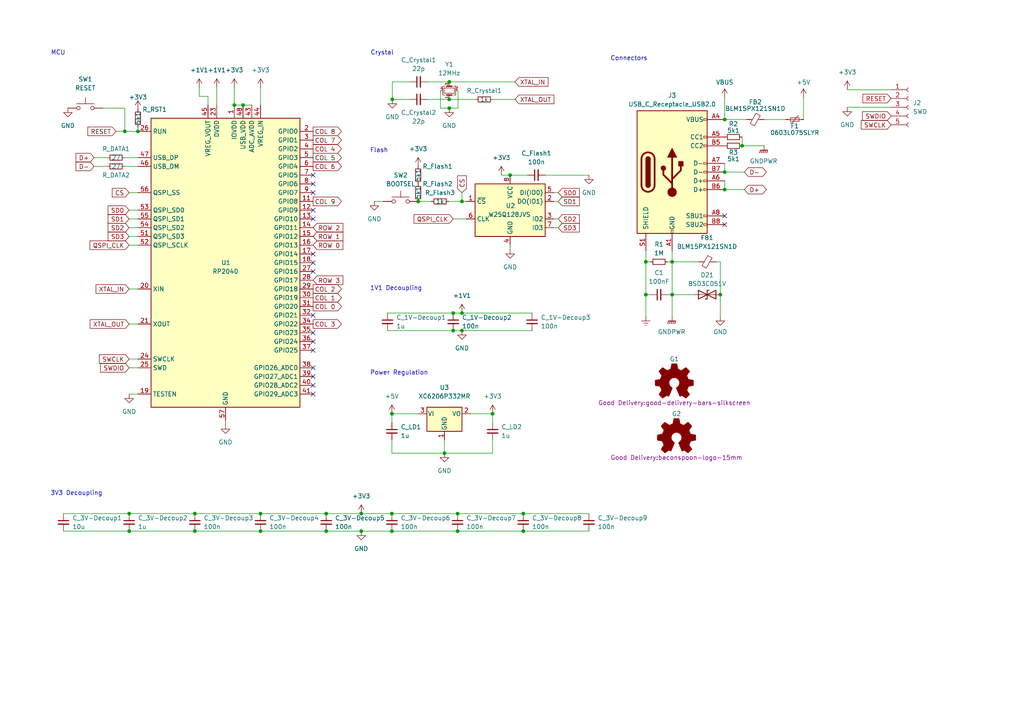
<source format=kicad_sch>
(kicad_sch (version 20230121) (generator eeschema)
  (paper "A4")
  (junction (at 132.715 148.971))
  (junction (at 113.665 148.971))
  (junction (at 67.945 30.48))
  (junction (at 75.565 154.051))
  (junction (at 75.565 148.971))
  (junction (at 58.42 -67.31))
  (junction (at 252.73 -49.53))
  (junction (at 67.31 -57.15))
  (junction (at 37.465 148.971))
  (junction (at 166.37 -67.31))
  (junction (at 133.985 58.42))
  (junction (at 144.78 -49.53))
  (junction (at 132.715 154.051))
  (junction (at 153.67 -74.93))
  (junction (at 210.185 49.911))
  (junction (at 153.67 -57.15))
  (junction (at 187.96 -49.53))
  (junction (at 94.615 148.971))
  (junction (at 130.302 28.829))
  (junction (at 147.955 50.8))
  (junction (at 209.55 -85.09))
  (junction (at 67.31 -21.59))
  (junction (at 151.765 154.051))
  (junction (at 153.67 -21.59))
  (junction (at 196.85 -21.59))
  (junction (at 110.49 -57.15))
  (junction (at 210.185 54.991))
  (junction (at 104.775 154.051))
  (junction (at 133.985 90.805))
  (junction (at 58.42 -85.09))
  (junction (at 70.485 30.48))
  (junction (at 142.875 120.015))
  (junction (at 113.665 120.015))
  (junction (at 166.37 -85.09))
  (junction (at 101.6 -85.09))
  (junction (at 56.515 148.971))
  (junction (at 196.85 -39.37))
  (junction (at 210.185 34.671))
  (junction (at 101.6 -67.31))
  (junction (at 194.945 85.471))
  (junction (at 104.775 148.971))
  (junction (at 187.96 -67.31))
  (junction (at 36.195 38.1))
  (junction (at 196.85 -74.93))
  (junction (at 110.49 -21.59))
  (junction (at 123.19 -67.31))
  (junction (at 110.49 -74.93))
  (junction (at 187.325 75.946))
  (junction (at 123.19 -85.09))
  (junction (at 130.302 31.369))
  (junction (at 110.49 -39.37))
  (junction (at 231.14 -85.09))
  (junction (at 40.005 38.1))
  (junction (at 131.445 95.885))
  (junction (at 252.73 -85.09))
  (junction (at 113.792 28.829))
  (junction (at 144.78 -85.09))
  (junction (at 101.6 -49.53))
  (junction (at 209.55 -49.53))
  (junction (at 130.302 23.749))
  (junction (at 128.905 131.445))
  (junction (at 187.325 85.471))
  (junction (at 215.265 42.291))
  (junction (at 151.765 148.971))
  (junction (at 166.37 -49.53))
  (junction (at 94.615 154.051))
  (junction (at 37.465 154.051))
  (junction (at 80.01 -67.31))
  (junction (at 187.96 -85.09))
  (junction (at 67.31 -39.37))
  (junction (at 133.985 95.885))
  (junction (at 113.665 154.051))
  (junction (at 121.285 58.42))
  (junction (at 194.945 75.946))
  (junction (at 144.78 -67.31))
  (junction (at 56.515 154.051))
  (junction (at 209.55 -67.31))
  (junction (at 58.42 -49.53))
  (junction (at 252.73 -67.31))
  (junction (at 80.01 -85.09))
  (junction (at 208.915 85.471))
  (junction (at 231.14 -49.53))
  (junction (at 67.31 -74.93))
  (junction (at 131.445 90.805))
  (junction (at 153.67 -39.37))
  (junction (at 196.85 -57.15))
  (no_connect (at 90.805 99.06))
  (no_connect (at 90.805 101.6))
  (no_connect (at 290.195 -59.055))
  (no_connect (at 74.93 -44.45))
  (no_connect (at 232.41 -62.23))
  (no_connect (at 90.805 55.88))
  (no_connect (at 90.805 78.74))
  (no_connect (at 90.805 50.8))
  (no_connect (at 210.185 62.611))
  (no_connect (at 90.805 63.5))
  (no_connect (at 90.805 60.96))
  (no_connect (at 90.805 106.68))
  (no_connect (at 90.805 73.66))
  (no_connect (at 90.805 109.22))
  (no_connect (at 90.805 91.44))
  (no_connect (at 90.805 76.2))
  (no_connect (at 90.805 53.34))
  (no_connect (at 90.805 96.52))
  (no_connect (at 118.11 -26.67))
  (no_connect (at 210.185 65.151))
  (no_connect (at 90.805 111.76))
  (no_connect (at 90.805 114.3))
  (wire (pts (xy 132.842 31.369) (xy 130.302 31.369)))
  (wire (pts (xy 37.465 148.971) (xy 56.515 148.971)))
  (wire (pts (xy 252.73 -67.31) (xy 252.73 -49.53)))
  (wire (pts (xy 210.185 34.671) (xy 216.535 34.671)))
  (wire (pts (xy 45.72 -57.15) (xy 67.31 -57.15)))
  (wire (pts (xy 57.785 25.4) (xy 57.785 27.94)))
  (wire (pts (xy 208.915 91.821) (xy 208.915 85.471)))
  (wire (pts (xy 67.945 25.4) (xy 67.945 30.48)))
  (wire (pts (xy 136.525 120.015) (xy 142.875 120.015)))
  (wire (pts (xy 18.415 148.971) (xy 37.465 148.971)))
  (wire (pts (xy 127.762 31.369) (xy 130.302 31.369)))
  (wire (pts (xy 113.665 154.051) (xy 132.715 154.051)))
  (wire (pts (xy 193.675 75.946) (xy 194.945 75.946)))
  (wire (pts (xy 62.865 25.4) (xy 62.865 30.48)))
  (wire (pts (xy 187.325 75.946) (xy 188.595 75.946)))
  (wire (pts (xy 27.305 48.26) (xy 31.115 48.26)))
  (wire (pts (xy 104.775 148.971) (xy 113.665 148.971)))
  (wire (pts (xy 113.792 23.749) (xy 113.792 28.829)))
  (wire (pts (xy 96.52 -80.01) (xy 102.87 -80.01)))
  (wire (pts (xy 208.915 75.946) (xy 207.645 75.946)))
  (wire (pts (xy 130.302 28.829) (xy 137.922 28.829)))
  (wire (pts (xy 36.195 31.369) (xy 36.195 38.1)))
  (wire (pts (xy 210.185 49.911) (xy 215.9 49.911)))
  (wire (pts (xy 147.955 50.8) (xy 153.035 50.8)))
  (wire (pts (xy 110.49 -21.59) (xy 153.67 -21.59)))
  (wire (pts (xy 131.445 90.805) (xy 133.985 90.805)))
  (wire (pts (xy 18.415 154.051) (xy 37.465 154.051)))
  (wire (pts (xy 210.185 28.321) (xy 210.185 34.671)))
  (wire (pts (xy 113.792 23.749) (xy 118.872 23.749)))
  (wire (pts (xy 215.265 39.751) (xy 215.265 42.291)))
  (wire (pts (xy 131.445 63.5) (xy 135.255 63.5)))
  (wire (pts (xy 147.955 71.12) (xy 147.955 72.39)))
  (wire (pts (xy 37.465 71.12) (xy 40.005 71.12)))
  (wire (pts (xy 53.34 -26.67) (xy 59.69 -26.67)))
  (wire (pts (xy 132.715 148.971) (xy 151.765 148.971)))
  (wire (pts (xy 133.985 90.805) (xy 154.305 90.805)))
  (wire (pts (xy 45.72 -21.59) (xy 67.31 -21.59)))
  (wire (pts (xy 252.73 -49.53) (xy 252.73 -31.75)))
  (wire (pts (xy 80.01 -91.44) (xy 80.01 -85.09)))
  (wire (pts (xy 37.465 154.051) (xy 56.515 154.051)))
  (wire (pts (xy 94.615 148.971) (xy 104.775 148.971)))
  (wire (pts (xy 209.55 -91.44) (xy 209.55 -85.09)))
  (wire (pts (xy 75.565 148.971) (xy 94.615 148.971)))
  (wire (pts (xy 193.675 85.471) (xy 194.945 85.471)))
  (wire (pts (xy 37.465 106.68) (xy 40.005 106.68)))
  (wire (pts (xy 187.325 85.471) (xy 188.595 85.471)))
  (wire (pts (xy 166.37 -91.44) (xy 166.37 -85.09)))
  (wire (pts (xy 196.85 -57.15) (xy 153.67 -57.15)))
  (wire (pts (xy 208.915 85.471) (xy 208.915 75.946)))
  (wire (pts (xy 226.06 -26.67) (xy 232.41 -26.67)))
  (wire (pts (xy 113.665 120.015) (xy 121.285 120.015)))
  (wire (pts (xy 144.78 -67.31) (xy 144.78 -49.53)))
  (wire (pts (xy 187.96 -85.09) (xy 187.96 -67.31)))
  (wire (pts (xy 153.67 -39.37) (xy 196.85 -39.37)))
  (wire (pts (xy 37.465 55.88) (xy 40.005 55.88)))
  (wire (pts (xy 215.265 42.291) (xy 221.615 42.291)))
  (wire (pts (xy 233.045 28.321) (xy 233.045 34.671)))
  (wire (pts (xy 53.34 -44.45) (xy 59.69 -44.45)))
  (wire (pts (xy 151.765 148.971) (xy 170.815 148.971)))
  (wire (pts (xy 144.78 -85.09) (xy 144.78 -67.31)))
  (wire (pts (xy 110.49 -74.93) (xy 153.67 -74.93)))
  (wire (pts (xy 37.465 83.82) (xy 40.005 83.82)))
  (wire (pts (xy 53.34 -62.23) (xy 59.69 -62.23)))
  (wire (pts (xy 231.14 -49.53) (xy 231.14 -31.75)))
  (wire (pts (xy 133.985 55.88) (xy 133.985 58.42)))
  (wire (pts (xy 182.88 -80.01) (xy 189.23 -80.01)))
  (wire (pts (xy 67.31 -21.59) (xy 110.49 -21.59)))
  (wire (pts (xy 128.905 127.635) (xy 128.905 131.445)))
  (wire (pts (xy 123.952 23.749) (xy 130.302 23.749)))
  (wire (pts (xy 96.52 -44.45) (xy 102.87 -44.45)))
  (wire (pts (xy 104.775 154.051) (xy 113.665 154.051)))
  (wire (pts (xy 36.195 48.26) (xy 40.005 48.26)))
  (wire (pts (xy 139.7 -44.45) (xy 146.05 -44.45)))
  (wire (pts (xy 194.945 75.946) (xy 202.565 75.946)))
  (wire (pts (xy 209.55 -67.31) (xy 209.55 -49.53)))
  (wire (pts (xy 210.185 54.991) (xy 215.9 54.991)))
  (wire (pts (xy 67.31 -74.93) (xy 110.49 -74.93)))
  (wire (pts (xy 123.19 -91.44) (xy 123.19 -85.09)))
  (wire (pts (xy 45.72 -39.37) (xy 67.31 -39.37)))
  (wire (pts (xy 145.415 50.8) (xy 147.955 50.8)))
  (wire (pts (xy 142.875 122.555) (xy 142.875 120.015)))
  (wire (pts (xy 58.42 -91.44) (xy 58.42 -85.09)))
  (wire (pts (xy 33.655 38.1) (xy 36.195 38.1)))
  (wire (pts (xy 53.34 -80.01) (xy 59.69 -80.01)))
  (wire (pts (xy 166.37 -85.09) (xy 166.37 -67.31)))
  (wire (pts (xy 182.88 -44.45) (xy 189.23 -44.45)))
  (wire (pts (xy 108.585 58.42) (xy 111.125 58.42)))
  (wire (pts (xy 194.945 72.771) (xy 194.945 75.946)))
  (wire (pts (xy 144.78 -49.53) (xy 144.78 -31.75)))
  (wire (pts (xy 123.19 -85.09) (xy 123.19 -67.31)))
  (wire (pts (xy 96.52 -26.67) (xy 102.87 -26.67)))
  (wire (pts (xy 153.67 -57.15) (xy 110.49 -57.15)))
  (wire (pts (xy 67.945 30.48) (xy 70.485 30.48)))
  (wire (pts (xy 121.285 58.42) (xy 125.095 58.42)))
  (wire (pts (xy 160.655 58.42) (xy 161.925 58.42)))
  (wire (pts (xy 75.565 154.051) (xy 94.615 154.051)))
  (wire (pts (xy 187.96 -49.53) (xy 187.96 -31.75)))
  (wire (pts (xy 187.96 -67.31) (xy 187.96 -49.53)))
  (wire (pts (xy 196.85 -21.59) (xy 240.03 -21.59)))
  (wire (pts (xy 160.655 55.88) (xy 161.925 55.88)))
  (wire (pts (xy 144.78 -91.44) (xy 144.78 -85.09)))
  (wire (pts (xy 94.615 154.051) (xy 104.775 154.051)))
  (wire (pts (xy 70.485 30.48) (xy 73.025 30.48)))
  (wire (pts (xy 67.31 -39.37) (xy 110.49 -39.37)))
  (wire (pts (xy 245.745 31.115) (xy 258.445 31.115)))
  (wire (pts (xy 36.195 45.72) (xy 40.005 45.72)))
  (wire (pts (xy 131.445 95.885) (xy 133.985 95.885)))
  (wire (pts (xy 196.85 -39.37) (xy 240.03 -39.37)))
  (wire (pts (xy 226.06 -44.45) (xy 232.41 -44.45)))
  (wire (pts (xy 80.01 -67.31) (xy 80.01 -31.75)))
  (wire (pts (xy 158.115 50.8) (xy 170.815 50.8)))
  (wire (pts (xy 130.302 23.749) (xy 149.352 23.749)))
  (wire (pts (xy 160.655 63.5) (xy 161.925 63.5)))
  (wire (pts (xy 80.01 -85.09) (xy 80.01 -67.31)))
  (wire (pts (xy 196.85 -74.93) (xy 240.03 -74.93)))
  (wire (pts (xy 187.325 75.946) (xy 187.325 85.471)))
  (wire (pts (xy 60.325 27.94) (xy 57.785 27.94)))
  (wire (pts (xy 58.42 -49.53) (xy 58.42 -31.75)))
  (wire (pts (xy 143.002 28.829) (xy 149.352 28.829)))
  (wire (pts (xy 45.72 -74.93) (xy 67.31 -74.93)))
  (wire (pts (xy 210.185 47.371) (xy 210.185 49.911)))
  (wire (pts (xy 187.325 72.771) (xy 187.325 75.946)))
  (wire (pts (xy 139.7 -62.23) (xy 146.05 -62.23)))
  (wire (pts (xy 37.465 60.96) (xy 40.005 60.96)))
  (wire (pts (xy 182.88 -62.23) (xy 189.23 -62.23)))
  (wire (pts (xy 56.515 154.051) (xy 75.565 154.051)))
  (wire (pts (xy 187.96 -91.44) (xy 187.96 -85.09)))
  (wire (pts (xy 60.325 30.48) (xy 60.325 27.94)))
  (wire (pts (xy 231.14 -85.09) (xy 231.14 -49.53)))
  (wire (pts (xy 37.465 114.3) (xy 40.005 114.3)))
  (wire (pts (xy 133.985 58.42) (xy 135.255 58.42)))
  (wire (pts (xy 210.185 52.451) (xy 210.185 54.991)))
  (wire (pts (xy 37.465 66.04) (xy 40.005 66.04)))
  (wire (pts (xy 58.42 -85.09) (xy 58.42 -67.31)))
  (wire (pts (xy 221.615 34.671) (xy 227.965 34.671)))
  (wire (pts (xy 112.395 95.885) (xy 131.445 95.885)))
  (wire (pts (xy 252.73 -91.44) (xy 252.73 -85.09)))
  (wire (pts (xy 194.945 85.471) (xy 194.945 91.821)))
  (wire (pts (xy 37.465 104.14) (xy 40.005 104.14)))
  (wire (pts (xy 142.875 127.635) (xy 142.875 131.445)))
  (wire (pts (xy 113.792 28.829) (xy 118.872 28.829)))
  (wire (pts (xy 166.37 -49.53) (xy 166.37 -31.75)))
  (wire (pts (xy 187.325 85.471) (xy 187.325 91.821)))
  (wire (pts (xy 127.762 26.289) (xy 127.762 31.369)))
  (wire (pts (xy 112.395 90.805) (xy 131.445 90.805)))
  (wire (pts (xy 37.465 68.58) (xy 40.005 68.58)))
  (wire (pts (xy 123.19 -67.31) (xy 123.19 -49.53)))
  (wire (pts (xy 194.945 85.471) (xy 201.295 85.471)))
  (wire (pts (xy 56.515 148.971) (xy 75.565 148.971)))
  (wire (pts (xy 209.55 -85.09) (xy 209.55 -67.31)))
  (wire (pts (xy 110.49 -39.37) (xy 153.67 -39.37)))
  (wire (pts (xy 27.305 45.72) (xy 31.115 45.72)))
  (wire (pts (xy 153.67 -21.59) (xy 196.85 -21.59)))
  (wire (pts (xy 101.6 -67.31) (xy 101.6 -49.53)))
  (wire (pts (xy 189.23 -26.67) (xy 182.88 -26.67)))
  (wire (pts (xy 113.665 127.635) (xy 113.665 131.445)))
  (wire (pts (xy 96.52 -62.23) (xy 102.87 -62.23)))
  (wire (pts (xy 231.14 -91.44) (xy 231.14 -85.09)))
  (wire (pts (xy 240.03 -57.15) (xy 196.85 -57.15)))
  (wire (pts (xy 36.195 38.1) (xy 40.005 38.1)))
  (wire (pts (xy 101.6 -85.09) (xy 101.6 -67.31)))
  (wire (pts (xy 132.842 26.289) (xy 132.842 31.369)))
  (wire (pts (xy 194.945 75.946) (xy 194.945 85.471)))
  (wire (pts (xy 128.905 131.445) (xy 142.875 131.445)))
  (wire (pts (xy 245.745 26.035) (xy 258.445 26.035)))
  (wire (pts (xy 110.49 -57.15) (xy 67.31 -57.15)))
  (wire (pts (xy 58.42 -67.31) (xy 58.42 -49.53)))
  (wire (pts (xy 101.6 -91.44) (xy 101.6 -85.09)))
  (wire (pts (xy 133.985 95.885) (xy 154.305 95.885)))
  (wire (pts (xy 113.665 148.971) (xy 132.715 148.971)))
  (wire (pts (xy 166.37 -67.31) (xy 166.37 -49.53)))
  (wire (pts (xy 252.73 -85.09) (xy 252.73 -67.31)))
  (wire (pts (xy 130.175 58.42) (xy 133.985 58.42)))
  (wire (pts (xy 113.665 120.015) (xy 113.665 122.555)))
  (wire (pts (xy 37.465 93.98) (xy 40.005 93.98)))
  (wire (pts (xy 151.765 154.051) (xy 170.815 154.051)))
  (wire (pts (xy 139.7 -80.01) (xy 146.05 -80.01)))
  (wire (pts (xy 139.7 -26.67) (xy 146.05 -26.67)))
  (wire (pts (xy 153.67 -74.93) (xy 196.85 -74.93)))
  (wire (pts (xy 75.565 25.4) (xy 75.565 30.48)))
  (wire (pts (xy 29.845 31.369) (xy 36.195 31.369)))
  (wire (pts (xy 101.6 -49.53) (xy 101.6 -31.75)))
  (wire (pts (xy 37.465 63.5) (xy 40.005 63.5)))
  (wire (pts (xy 160.655 66.04) (xy 161.925 66.04)))
  (wire (pts (xy 226.06 -80.01) (xy 232.41 -80.01)))
  (wire (pts (xy 113.665 131.445) (xy 128.905 131.445)))
  (wire (pts (xy 65.405 121.92) (xy 65.405 123.19)))
  (wire (pts (xy 123.952 28.829) (xy 130.302 28.829)))
  (wire (pts (xy 209.55 -49.53) (xy 209.55 -31.75)))
  (wire (pts (xy 40.005 36.83) (xy 40.005 38.1)))
  (wire (pts (xy 132.715 154.051) (xy 151.765 154.051)))
  (text "Power Regulation\n" (at 107.315 108.966 0) (effects (font (size 1.27 1.27)) (justify left bottom)))
  (text "Flash" (at 107.315 44.45 0) (effects (font (size 1.27 1.27)) (justify left bottom)))
  (text "MCU" (at 14.732 16.129 0) (effects (font (size 1.27 1.27)) (justify left bottom)))
  (text "3V3 Decoupling" (at 14.605 143.891 0) (effects (font (size 1.27 1.27)) (justify left bottom)))
  (text "Connectors\n" (at 177.038 17.78 0) (effects (font (size 1.27 1.27)) (justify left bottom)))
  (text "1V1 Decoupling\n" (at 107.315 84.455 0) (effects (font (size 1.27 1.27)) (justify left bottom)))
  (text "Crystal\n" (at 107.442 16.129 0) (effects (font (size 1.27 1.27)) (justify left bottom)))
  (global_label "SWDIO" (shape input) (at 37.465 106.68 180) (property "Intersheetrefs" "${INTERSHEET_REFS}" (effects hide)))
  (global_label "COL 2" (shape input) (at 101.6 -91.44 90) (property "Intersheetrefs" "${INTERSHEET_REFS}" (effects hide)))
  (global_label "XTAL_IN" (shape input) (at 37.465 83.82 180) (property "Intersheetrefs" "${INTERSHEET_REFS}" (effects hide)))
  (global_label "COL 0" (shape input) (at 58.42 -91.44 90) (property "Intersheetrefs" "${INTERSHEET_REFS}" (effects hide)))
  (global_label "QSPI_CLK" (shape input) (at 37.465 71.12 180) (property "Intersheetrefs" "${INTERSHEET_REFS}" (effects hide)))
  (global_label "ROW 2" (shape input) (at 90.805 66.04 0) (property "Intersheetrefs" "${INTERSHEET_REFS}" (effects hide)))
  (global_label "SWDIO" (shape input) (at 258.445 33.655 180) (property "Intersheetrefs" "${INTERSHEET_REFS}" (effects hide)))
  (global_label "COL 6" (shape output) (at 90.805 48.26 0) (property "Intersheetrefs" "${INTERSHEET_REFS}" (effects hide)))
  (global_label "SWCLK" (shape input) (at 258.445 36.195 180) (property "Intersheetrefs" "${INTERSHEET_REFS}" (effects hide)))
  (global_label "COL 3" (shape input) (at 123.19 -91.44 90) (property "Intersheetrefs" "${INTERSHEET_REFS}" (effects hide)))
  (global_label "COL 4" (shape output) (at 90.805 43.18 0) (property "Intersheetrefs" "${INTERSHEET_REFS}" (effects hide)))
  (global_label "SD1" (shape input) (at 161.925 58.42 0) (property "Intersheetrefs" "${INTERSHEET_REFS}" (effects hide)))
  (global_label "D+" (shape input) (at 27.305 45.72 180) (property "Intersheetrefs" "${INTERSHEET_REFS}" (effects hide)))
  (global_label "SD0" (shape input) (at 161.925 55.88 0) (property "Intersheetrefs" "${INTERSHEET_REFS}" (effects hide)))
  (global_label "COL 3" (shape output) (at 90.805 93.98 0) (property "Intersheetrefs" "${INTERSHEET_REFS}" (effects hide)))
  (global_label "SD3" (shape input) (at 161.925 66.04 0) (property "Intersheetrefs" "${INTERSHEET_REFS}" (effects hide)))
  (global_label "COL 4" (shape input) (at 144.78 -91.44 90) (property "Intersheetrefs" "${INTERSHEET_REFS}" (effects hide)))
  (global_label "SWCLK" (shape input) (at 37.465 104.14 180) (property "Intersheetrefs" "${INTERSHEET_REFS}" (effects hide)))
  (global_label "RESET" (shape input) (at 33.655 38.1 180) (property "Intersheetrefs" "${INTERSHEET_REFS}" (effects hide)))
  (global_label "SD3" (shape input) (at 37.465 68.58 180) (property "Intersheetrefs" "${INTERSHEET_REFS}" (effects hide)))
  (global_label "COL 1" (shape input) (at 80.01 -91.44 90) (property "Intersheetrefs" "${INTERSHEET_REFS}" (effects hide)))
  (global_label "COL 6" (shape input) (at 187.96 -91.44 90) (property "Intersheetrefs" "${INTERSHEET_REFS}" (effects hide)))
  (global_label "ROW 0" (shape output) (at 45.72 -74.93 180) (property "Intersheetrefs" "${INTERSHEET_REFS}" (effects hide)))
  (global_label "XTAL_OUT" (shape input) (at 37.465 93.98 180) (property "Intersheetrefs" "${INTERSHEET_REFS}" (effects hide)))
  (global_label "SD1" (shape input) (at 37.465 63.5 180) (property "Intersheetrefs" "${INTERSHEET_REFS}" (effects hide)))
  (global_label "ROW 2" (shape output) (at 45.72 -39.37 180) (property "Intersheetrefs" "${INTERSHEET_REFS}" (effects hide)))
  (global_label "ROW 1" (shape input) (at 90.805 68.58 0) (property "Intersheetrefs" "${INTERSHEET_REFS}" (effects hide)))
  (global_label "SD0" (shape input) (at 37.465 60.96 180) (property "Intersheetrefs" "${INTERSHEET_REFS}" (effects hide)))
  (global_label "COL 5" (shape input) (at 166.37 -91.44 90) (property "Intersheetrefs" "${INTERSHEET_REFS}" (effects hide)))
  (global_label "COL 8" (shape input) (at 231.14 -91.44 90) (property "Intersheetrefs" "${INTERSHEET_REFS}" (effects hide)))
  (global_label "COL 9" (shape output) (at 90.805 58.42 0) (property "Intersheetrefs" "${INTERSHEET_REFS}" (effects hide)))
  (global_label "ROW 0" (shape input) (at 90.805 71.12 0) (property "Intersheetrefs" "${INTERSHEET_REFS}" (effects hide)))
  (global_label "COL 7" (shape input) (at 209.55 -91.44 90) (property "Intersheetrefs" "${INTERSHEET_REFS}" (effects hide)))
  (global_label "ROW 3" (shape input) (at 90.805 81.28 0) (property "Intersheetrefs" "${INTERSHEET_REFS}" (effects hide)))
  (global_label "COL 8" (shape output) (at 90.805 38.1 0) (property "Intersheetrefs" "${INTERSHEET_REFS}" (effects hide)))
  (global_label "COL 1" (shape output) (at 90.805 86.36 0) (property "Intersheetrefs" "${INTERSHEET_REFS}" (effects hide)))
  (global_label "COL 2" (shape output) (at 90.805 83.82 0) (property "Intersheetrefs" "${INTERSHEET_REFS}" (effects hide)))
  (global_label "XTAL_IN" (shape input) (at 149.352 23.749 0) (property "Intersheetrefs" "${INTERSHEET_REFS}" (effects hide)))
  (global_label "COL 0" (shape output) (at 90.805 88.9 0) (property "Intersheetrefs" "${INTERSHEET_REFS}" (effects hide)))
  (global_label "SD2" (shape input) (at 161.925 63.5 0) (property "Intersheetrefs" "${INTERSHEET_REFS}" (effects hide)))
  (global_label "ROW 3" (shape output) (at 45.72 -21.59 180) (property "Intersheetrefs" "${INTERSHEET_REFS}" (effects hide)))
  (global_label "RESET" (shape input) (at 258.445 28.575 180) (property "Intersheetrefs" "${INTERSHEET_REFS}" (effects hide)))
  (global_label "QSPI_CLK" (shape input) (at 131.445 63.5 180) (property "Intersheetrefs" "${INTERSHEET_REFS}" (effects hide)))
  (global_label "D-" (shape input) (at 27.305 48.26 180) (property "Intersheetrefs" "${INTERSHEET_REFS}" (effects hide)))
  (global_label "SD2" (shape input) (at 37.465 66.04 180) (property "Intersheetrefs" "${INTERSHEET_REFS}" (effects hide)))
  (global_label "CS" (shape input) (at 37.465 55.88 180) (property "Intersheetrefs" "${INTERSHEET_REFS}" (effects hide)))
  (global_label "D+" (shape bidirectional) (at 215.9 54.991 0) (property "Intersheetrefs" "${INTERSHEET_REFS}" (effects hide)))
  (global_label "COL 7" (shape output) (at 90.805 40.64 0) (property "Intersheetrefs" "${INTERSHEET_REFS}" (effects hide)))
  (global_label "XTAL_OUT" (shape input) (at 149.352 28.829 0) (property "Intersheetrefs" "${INTERSHEET_REFS}" (effects hide)))
  (global_label "CS" (shape input) (at 133.985 55.88 90) (property "Intersheetrefs" "${INTERSHEET_REFS}" (effects hide)))
  (global_label "COL 5" (shape output) (at 90.805 45.72 0) (property "Intersheetrefs" "${INTERSHEET_REFS}" (effects hide)))
  (global_label "COL 9" (shape input) (at 252.73 -91.44 90) (property "Intersheetrefs" "${INTERSHEET_REFS}" (effects hide)))
  (global_label "ROW 1" (shape output) (at 45.72 -57.15 180) (property "Intersheetrefs" "${INTERSHEET_REFS}" (effects hide)))
  (global_label "D-" (shape bidirectional) (at 215.9 49.911 0) (property "Intersheetrefs" "${INTERSHEET_REFS}" (effects hide)))
  (symbol (lib_id "Device:R_Small") (at 191.135 75.946 90) (unit 1)
    (property "Reference" "R1" (at 191.135 70.866 90))
    (property "Value" "1M" (at 191.135 73.406 90))
    (property "Footprint" "Resistor_SMD:R_0603_1608Metric" (effects hide))
    (property "Datasheet" "https://datasheet.lcsc.com/lcsc/2206021245_VO-SCR0603F1M_C3016422.pdf" (effects hide))
    (property "LCSC" "C3016422" (effects hide))
  )
  (symbol (lib_id "Device:C_Small") (at 112.395 93.345 0) (unit 1)
    (property "Reference" "C_1V-Decoup1" (at 114.935 92.0812 0) (effects (justify left)))
    (property "Value" "1u" (at 114.935 94.6212 0) (effects (justify left)))
    (property "Footprint" "Capacitor_SMD:C_0402_1005Metric" (effects hide))
  )
  (symbol (lib_id "MX_Alps_Hybrid:MX-NoLED") (at 140.97 -66.04 0) (unit 1)
    (property "Reference" "MX17" (at 141.8082 -71.7042 0) (effects (font (size 1.524 1.524))))
    (property "Value" "MX-NoLED" (at 141.8082 -69.8246 0) (effects (font (size 0.508 0.508))))
    (property "Footprint" "MX_Hotswap_Alps_Solder:1U-MX-Hotswap-Alps-Solder-PadSwapped" (effects hide))
  )
  (symbol (lib_id "power:GND") (at 108.585 58.42 0) (unit 1)
    (property "Reference" "#PWR09" (effects hide))
    (property "Value" "GND" (at 108.585 63.5 0))
  )
  (symbol (lib_id "Device:C_Small") (at 121.412 23.749 90) (unit 1)
    (property "Reference" "C_Crystal1" (at 121.4183 17.399 90))
    (property "Value" "22p" (at 121.4183 19.939 90))
    (property "Footprint" "Capacitor_SMD:C_0402_1005Metric" (effects hide))
  )
  (symbol (lib_id "power:+1V1") (at 133.985 90.805 0) (unit 1)
    (property "Reference" "#PWR013" (effects hide))
    (property "Value" "+1V1" (at 133.985 85.725 0))
  )
  (symbol (lib_id "power:GND") (at 208.915 91.821 0) (unit 1)
    (property "Reference" "#PWR029" (effects hide))
    (property "Value" "GND" (at 208.915 96.266 0))
  )
  (symbol (lib_id "Device:C_Small") (at 154.305 93.345 0) (unit 1)
    (property "Reference" "C_1V-Decoup3" (at 156.845 92.0813 0) (effects (justify left)))
    (property "Value" "100n" (at 156.845 94.6213 0) (effects (justify left)))
    (property "Footprint" "Capacitor_SMD:C_0402_1005Metric" (effects hide))
  )
  (symbol (lib_id "power:+3V3") (at 40.005 31.75 0) (unit 1)
    (property "Reference" "#PWR03" (effects hide))
    (property "Value" "+3V3" (at 40.005 28.194 0))
  )
  (symbol (lib_id "Connector:Conn_01x05_Female") (at 263.525 31.115 0) (unit 1) (in_bom no)
    (property "Reference" "J2" (at 264.795 29.8449 0) (effects (justify left)))
    (property "Value" "SWD" (at 264.795 32.3849 0) (effects (justify left)))
    (property "Footprint" "Connector_PinHeader_2.54mm:PinHeader_1x05_P2.54mm_Vertical" (effects hide))
  )
  (symbol (lib_id "Diode:BAV70") (at 153.67 -44.45 0) (mirror y) (unit 1)
    (property "Reference" "D11" (at 153.67 -49.9618 0))
    (property "Value" "BAV70" (at 153.67 -47.6504 0))
    (property "Footprint" "Package_TO_SOT_SMD:SOT-23" (effects hide))
    (property "Datasheet" "https://assets.nexperia.com/documents/data-sheet/BAV70_SER.pdf" (effects hide))
  )
  (symbol (lib_id "MX_Alps_Hybrid:MX-NoLED") (at 248.92 -48.26 0) (unit 1)
    (property "Reference" "MX37" (at 249.7582 -53.9242 0) (effects (font (size 1.524 1.524))))
    (property "Value" "MX-NoLED" (at 249.7582 -52.0446 0) (effects (font (size 0.508 0.508))))
    (property "Footprint" "MX_Hotswap_Alps_Solder:1.25U-MX-Hotswap-Alps-Solder-PadSwapped" (effects hide))
  )
  (symbol (lib_id "MX_Alps_Hybrid:MX-NoLED") (at 97.79 -48.26 0) (unit 1)
    (property "Reference" "MX11" (at 98.6282 -53.9242 0) (effects (font (size 1.524 1.524))))
    (property "Value" "MX-NoLED" (at 98.6282 -52.0446 0) (effects (font (size 0.508 0.508))))
    (property "Footprint" "MX_Hotswap_Alps_Solder:1U-MX-Hotswap-Alps-Solder-PadSwapped" (effects hide))
  )
  (symbol (lib_id "Device:R_Small") (at 140.462 28.829 90) (unit 1)
    (property "Reference" "R_Crystal1" (at 140.462 26.289 90))
    (property "Value" "1k" (at 140.462 28.829 90))
    (property "Footprint" "Resistor_SMD:R_0402_1005Metric" (effects hide))
  )
  (symbol (lib_id "MX_Alps_Hybrid:MX-NoLED") (at 227.33 -30.48 0) (unit 1)
    (property "Reference" "MX34" (at 228.1682 -36.1442 0) (effects (font (size 1.524 1.524))))
    (property "Value" "MX-NoLED" (at 228.1682 -34.2646 0) (effects (font (size 0.508 0.508))))
    (property "Footprint" "MX_Hotswap_Alps_Solder:1U-MX-Hotswap-Alps-Solder-PadSwapped" (effects hide))
  )
  (symbol (lib_id "Device:R_Small") (at 33.655 45.72 90) (unit 1)
    (property "Reference" "R_DATA1" (at 33.655 43.18 90))
    (property "Value" "27" (at 33.655 45.72 90))
    (property "Footprint" "Resistor_SMD:R_0402_1005Metric" (effects hide))
  )
  (symbol (lib_id "Device:R_Small") (at 121.285 50.8 0) (unit 1)
    (property "Reference" "R_Flash1" (at 122.555 48.26 0) (effects (justify left)))
    (property "Value" "5k1" (at 121.285 50.8 90))
    (property "Footprint" "Resistor_SMD:R_0402_1005Metric" (effects hide))
  )
  (symbol (lib_id "MX_Alps_Hybrid:MX-NoLED") (at 54.61 -48.26 0) (unit 1)
    (property "Reference" "MX3" (at 55.4482 -53.9242 0) (effects (font (size 1.524 1.524))))
    (property "Value" "MX-NoLED" (at 55.4482 -52.0446 0) (effects (font (size 0.508 0.508))))
    (property "Footprint" "MX_Hotswap_Alps_Solder:1.75U-MX-Hotswap-Alps-Solder-PadSwapped" (effects hide))
  )
  (symbol (lib_id "power:+1V1") (at 57.785 25.4 0) (unit 1)
    (property "Reference" "#PWR04" (effects hide))
    (property "Value" "+1V1" (at 57.785 20.32 0))
  )
  (symbol (lib_id "Diode:BAV70") (at 240.03 -80.01 0) (mirror y) (unit 1)
    (property "Reference" "D17" (at 240.03 -85.5218 0))
    (property "Value" "BAV70" (at 240.03 -83.2104 0))
    (property "Footprint" "Package_TO_SOT_SMD:SOT-23" (effects hide))
    (property "Datasheet" "https://assets.nexperia.com/documents/data-sheet/BAV70_SER.pdf" (effects hide))
  )
  (symbol (lib_id "MX_Alps_Hybrid:MX-NoLED") (at 76.2 -66.04 0) (unit 1)
    (property "Reference" "MX7" (at 77.0382 -71.7042 0) (effects (font (size 1.524 1.524))))
    (property "Value" "MX-NoLED" (at 77.0382 -69.8246 0) (effects (font (size 0.508 0.508))))
    (property "Footprint" "MX_Hotswap_Alps_Solder:1U-MX-Hotswap-Alps-Solder-PadSwapped" (effects hide))
  )
  (symbol (lib_id "power:GNDPWR") (at 221.615 42.291 0) (unit 1)
    (property "Reference" "#PWR031" (effects hide))
    (property "Value" "GNDPWR" (at 221.488 46.736 0))
  )
  (symbol (lib_id "power:GND") (at 130.302 31.369 0) (unit 1)
    (property "Reference" "#PWR012" (effects hide))
    (property "Value" "GND" (at 130.302 36.449 0))
  )
  (symbol (lib_id "Device:C_Small") (at 113.665 151.511 0) (unit 1)
    (property "Reference" "C_3V-Decoup6" (at 116.205 150.2473 0) (effects (justify left)))
    (property "Value" "100n" (at 116.205 152.7873 0) (effects (justify left)))
    (property "Footprint" "Capacitor_SMD:C_0402_1005Metric" (effects hide))
  )
  (symbol (lib_id "MX_Alps_Hybrid:MX-NoLED") (at 119.38 -66.04 0) (unit 1)
    (property "Reference" "MX14" (at 120.2182 -71.7042 0) (effects (font (size 1.524 1.524))))
    (property "Value" "MX-NoLED" (at 120.2182 -69.8246 0) (effects (font (size 0.508 0.508))))
    (property "Footprint" "MX_Hotswap_Alps_Solder:1U-MX-Hotswap-Alps-Solder-PadSwapped" (effects hide))
  )
  (symbol (lib_id "Graphic:Logo_Open_Hardware_Small") (at 195.58 111.125 0) (unit 1) (in_bom no)
    (property "Reference" "G1" (at 195.58 104.14 0))
    (property "Value" "Logo_Open_Hardware_Small" (effects hide))
    (property "Footprint" "Good Delivery:good-delivery-bars-silkscreen" (at 195.58 116.84 0))
    (property "Sim.Enable" "0" (effects hide))
  )
  (symbol (lib_id "power:+3V3") (at 104.775 148.971 0) (unit 1)
    (property "Reference" "#PWR021" (effects hide))
    (property "Value" "+3V3" (at 104.775 143.891 0))
  )
  (symbol (lib_id "MX_Alps_Hybrid:MX-NoLED") (at 54.61 -66.04 0) (unit 1)
    (property "Reference" "MX2" (at 55.4482 -71.7042 0) (effects (font (size 1.524 1.524))))
    (property "Value" "MX-NoLED" (at 55.4482 -69.8246 0) (effects (font (size 0.508 0.508))))
    (property "Footprint" "MX_Hotswap_Alps_Solder:1.25U-MX-Hotswap-Alps-Solder-PadSwapped" (effects hide))
  )
  (symbol (lib_id "Device:C_Small") (at 131.445 93.345 0) (unit 1)
    (property "Reference" "C_1V-Decoup2" (at 133.985 92.0813 0) (effects (justify left)))
    (property "Value" "100n" (at 133.985 94.6213 0) (effects (justify left)))
    (property "Footprint" "Capacitor_SMD:C_0402_1005Metric" (effects hide))
  )
  (symbol (lib_id "power:GND") (at 133.985 95.885 0) (unit 1)
    (property "Reference" "#PWR014" (effects hide))
    (property "Value" "GND" (at 133.985 100.965 0))
  )
  (symbol (lib_id "MX_Alps_Hybrid:MX-NoLED") (at 140.97 -83.82 0) (unit 1)
    (property "Reference" "MX16" (at 141.8082 -89.4842 0) (effects (font (size 1.524 1.524))))
    (property "Value" "MX-NoLED" (at 141.8082 -87.6046 0) (effects (font (size 0.508 0.508))))
    (property "Footprint" "MX_Hotswap_Alps_Solder:1U-MX-Hotswap-Alps-Solder-PadSwapped" (effects hide))
  )
  (symbol (lib_id "Diode:BAV70") (at 153.67 -62.23 0) (mirror y) (unit 1)
    (property "Reference" "D10" (at 153.67 -67.7418 0))
    (property "Value" "BAV70" (at 153.67 -65.4304 0))
    (property "Footprint" "Package_TO_SOT_SMD:SOT-23" (effects hide))
    (property "Datasheet" "https://assets.nexperia.com/documents/data-sheet/BAV70_SER.pdf" (effects hide))
  )
  (symbol (lib_id "MX_Alps_Hybrid:MX-NoLED") (at 205.74 -30.48 0) (unit 1)
    (property "Reference" "MX31" (at 206.5782 -36.1442 0) (effects (font (size 1.524 1.524))))
    (property "Value" "MX-NoLED" (at 206.5782 -34.2646 0) (effects (font (size 0.508 0.508))))
    (property "Footprint" "MX_Hotswap_Alps_Solder:1U-MX-Hotswap-Alps-Solder-PadSwapped" (effects hide))
  )
  (symbol (lib_id "power:+1V1") (at 62.865 25.4 0) (unit 1)
    (property "Reference" "#PWR05" (effects hide))
    (property "Value" "+1V1" (at 62.865 20.32 0))
  )
  (symbol (lib_id "Device:C_Small") (at 113.665 125.095 0) (unit 1)
    (property "Reference" "C_LD1" (at 116.205 123.8312 0) (effects (justify left)))
    (property "Value" "1u" (at 116.205 126.3712 0) (effects (justify left)))
    (property "Footprint" "Capacitor_SMD:C_0402_1005Metric" (effects hide))
  )
  (symbol (lib_id "power:+3V3") (at 142.875 120.015 0) (unit 1)
    (property "Reference" "#PWR026" (effects hide))
    (property "Value" "+3V3" (at 142.875 114.935 0))
  )
  (symbol (lib_id "power:GND") (at 147.955 72.39 0) (unit 1)
    (property "Reference" "#PWR016" (effects hide))
    (property "Value" "GND" (at 147.955 77.47 0))
  )
  (symbol (lib_id "Device:R_Small") (at 121.285 55.88 0) (unit 1)
    (property "Reference" "R_Flash2" (at 122.555 53.34 0) (effects (justify left)))
    (property "Value" "5k1" (at 121.285 55.88 90))
    (property "Footprint" "Resistor_SMD:R_0402_1005Metric" (effects hide))
  )
  (symbol (lib_id "power:+3V3") (at 67.945 25.4 0) (unit 1)
    (property "Reference" "#PWR07" (effects hide))
    (property "Value" "+3V3" (at 67.945 20.32 0))
  )
  (symbol (lib_id "Device:R_Small") (at 40.005 34.29 0) (unit 1)
    (property "Reference" "R_RST1" (at 41.275 31.75 0) (effects (justify left)))
    (property "Value" "5k1" (at 40.005 34.29 90))
    (property "Footprint" "Resistor_SMD:R_0402_1005Metric" (effects hide))
  )
  (symbol (lib_id "MX_Alps_Hybrid:MX-NoLED") (at 119.38 -83.82 0) (unit 1)
    (property "Reference" "MX13" (at 120.2182 -89.4842 0) (effects (font (size 1.524 1.524))))
    (property "Value" "MX-NoLED" (at 120.2182 -87.6046 0) (effects (font (size 0.508 0.508))))
    (property "Footprint" "MX_Hotswap_Alps_Solder:1U-MX-Hotswap-Alps-Solder-PadSwapped" (effects hide))
  )
  (symbol (lib_id "MX_Alps_Hybrid:MX-NoLED") (at 97.79 -30.48 0) (unit 1)
    (property "Reference" "MX12" (at 98.6282 -36.1442 0) (effects (font (size 1.524 1.524))))
    (property "Value" "MX-NoLED" (at 98.6282 -34.2646 0) (effects (font (size 0.508 0.508))))
    (property "Footprint" "MX_Hotswap_Alps_Solder:1U-MX-Hotswap-Alps-Solder-PadSwapped" (effects hide))
  )
  (symbol (lib_id "Device:R_Small") (at 212.725 42.291 90) (unit 1)
    (property "Reference" "R3" (at 212.725 44.196 90))
    (property "Value" "5k1" (at 212.725 46.101 90))
    (property "Footprint" "Resistor_SMD:R_0402_1005Metric" (effects hide))
    (property "LCSC" "C103086" (effects hide))
  )
  (symbol (lib_id "power:GND") (at 113.792 28.829 0) (unit 1)
    (property "Reference" "#PWR010" (effects hide))
    (property "Value" "GND" (at 113.792 33.909 0))
  )
  (symbol (lib_id "Diode:BAV70") (at 153.67 -80.01 0) (mirror y) (unit 1)
    (property "Reference" "D9" (at 153.67 -85.5218 0))
    (property "Value" "BAV70" (at 153.67 -83.2104 0))
    (property "Footprint" "Package_TO_SOT_SMD:SOT-23" (effects hide))
    (property "Datasheet" "https://assets.nexperia.com/documents/data-sheet/BAV70_SER.pdf" (effects hide))
  )
  (symbol (lib_id "Switch:SW_Push") (at 116.205 58.42 0) (unit 1)
    (property "Reference" "SW2" (at 116.205 50.8 0))
    (property "Value" "BOOTSEL" (at 116.205 53.34 0))
    (property "Footprint" "Button_Switch_SMD:SW_SPST_TL3342" (effects hide))
    (property "LCSC" "C318884" (effects hide))
  )
  (symbol (lib_id "MX_Alps_Hybrid:MX-NoLED") (at 76.2 -83.82 0) (unit 1)
    (property "Reference" "MX6" (at 77.0382 -89.4842 0) (effects (font (size 1.524 1.524))))
    (property "Value" "MX-NoLED" (at 77.0382 -87.6046 0) (effects (font (size 0.508 0.508))))
    (property "Footprint" "MX_Hotswap_Alps_Solder:1U-MX-Hotswap-Alps-Solder-PadSwapped" (effects hide))
  )
  (symbol (lib_id "Diode:BAV70") (at 67.31 -44.45 0) (mirror y) (unit 1)
    (property "Reference" "D3" (at 67.31 -49.9618 0))
    (property "Value" "BAV70" (at 67.31 -47.6504 0))
    (property "Footprint" "Package_TO_SOT_SMD:SOT-23" (effects hide))
    (property "Datasheet" "https://assets.nexperia.com/documents/data-sheet/BAV70_SER.pdf" (effects hide))
  )
  (symbol (lib_id "Device:C_Small") (at 170.815 151.511 0) (unit 1)
    (property "Reference" "C_3V-Decoup9" (at 173.355 150.2473 0) (effects (justify left)))
    (property "Value" "100n" (at 173.355 152.7873 0) (effects (justify left)))
    (property "Footprint" "Capacitor_SMD:C_0402_1005Metric" (effects hide))
  )
  (symbol (lib_id "Diode:BAV70") (at 67.31 -26.67 0) (mirror y) (unit 1)
    (property "Reference" "D4" (at 67.31 -32.1818 0))
    (property "Value" "BAV70" (at 67.31 -29.8704 0))
    (property "Footprint" "Package_TO_SOT_SMD:SOT-23" (effects hide))
    (property "Datasheet" "https://assets.nexperia.com/documents/data-sheet/BAV70_SER.pdf" (effects hide))
  )
  (symbol (lib_id "Device:C_Small") (at 132.715 151.511 0) (unit 1)
    (property "Reference" "C_3V-Decoup7" (at 135.255 150.2473 0) (effects (justify left)))
    (property "Value" "100n" (at 135.255 152.7873 0) (effects (justify left)))
    (property "Footprint" "Capacitor_SMD:C_0402_1005Metric" (effects hide))
  )
  (symbol (lib_id "MX_Alps_Hybrid:MX-NoLED") (at 205.74 -48.26 0) (unit 1)
    (property "Reference" "MX30" (at 206.5782 -53.9242 0) (effects (font (size 1.524 1.524))))
    (property "Value" "MX-NoLED" (at 206.5782 -52.0446 0) (effects (font (size 0.508 0.508))))
    (property "Footprint" "MX_Hotswap_Alps_Solder:1U-MX-Hotswap-Alps-Solder-PadSwapped" (effects hide))
  )
  (symbol (lib_id "power:+3V3") (at 121.285 48.26 0) (unit 1)
    (property "Reference" "#PWR011" (effects hide))
    (property "Value" "+3V3" (at 121.285 43.18 0))
  )
  (symbol (lib_id "Device:C_Small") (at 142.875 125.095 0) (unit 1)
    (property "Reference" "C_LD2" (at 145.415 123.8312 0) (effects (justify left)))
    (property "Value" "1u" (at 145.415 126.3712 0) (effects (justify left)))
    (property "Footprint" "Capacitor_SMD:C_0402_1005Metric" (effects hide))
  )
  (symbol (lib_id "Device:FerriteBead_Small") (at 219.075 34.671 90) (unit 1)
    (property "Reference" "FB2" (at 219.075 29.591 90))
    (property "Value" "BLM15PX121SN1D" (at 219.075 31.496 90))
    (property "Footprint" "Inductor_SMD:L_0402_1005Metric" (effects hide))
    (property "Datasheet" "https://datasheet.lcsc.com/lcsc/2304140030_Murata-Electronics-BLM15PX121SN1D_C88970.pdf" (effects hide))
    (property "LCSC" "C88970" (effects hide))
    (property "Description" "55mΩ ±25% 120Ω@100MHz 0402 Ferrite Bead" (effects hide))
  )
  (symbol (lib_id "power:+3V3") (at 145.415 50.8 0) (unit 1)
    (property "Reference" "#PWR015" (effects hide))
    (property "Value" "+3V3" (at 145.415 45.72 0))
  )
  (symbol (lib_id "MX_Alps_Hybrid:MX-NoLED") (at 248.92 -30.48 0) (unit 1)
    (property "Reference" "MX38" (at 249.7582 -36.1442 0) (effects (font (size 1.524 1.524))))
    (property "Value" "MX-NoLED" (at 249.7582 -34.2646 0) (effects (font (size 0.508 0.508))))
    (property "Footprint" "MX_Hotswap_Alps_Solder:1U-MX-Hotswap-Alps-Solder-PadSwapped" (effects hide))
  )
  (symbol (lib_id "Device:FerriteBead_Small") (at 205.105 75.946 90) (unit 1)
    (property "Reference" "FB1" (at 205.0669 68.961 90))
    (property "Value" "BLM15PX121SN1D" (at 205.0669 71.501 90))
    (property "Footprint" "Inductor_SMD:L_0402_1005Metric" (effects hide))
    (property "Datasheet" "https://datasheet.lcsc.com/lcsc/2304140030_Murata-Electronics-BLM15PX121SN1D_C88970.pdf" (effects hide))
    (property "LCSC" "C88970" (effects hide))
    (property "Description" "55mΩ ±25% 120Ω@100MHz 0402 Ferrite Bead" (effects hide))
  )
  (symbol (lib_id "MX_Alps_Hybrid:MX-NoLED") (at 54.61 -83.82 0) (unit 1)
    (property "Reference" "MX1" (at 55.4482 -89.4842 0) (effects (font (size 1.524 1.524))))
    (property "Value" "MX-NoLED" (at 55.4482 -87.6046 0) (effects (font (size 0.508 0.508))))
    (property "Footprint" "MX_Hotswap_Alps_Solder:1U-MX-Hotswap-Alps-Solder-PadSwapped" (effects hide))
  )
  (symbol (lib_id "MX_Alps_Hybrid:MX-NoLED") (at 184.15 -30.48 0) (unit 1)
    (property "Reference" "MX27" (at 184.9882 -36.1442 0) (effects (font (size 1.524 1.524))))
    (property "Value" "MX-NoLED" (at 184.9882 -34.2646 0) (effects (font (size 0.508 0.508))))
    (property "Footprint" "MX_Hotswap_Alps_Solder:2U-MX-Hotswap-Alps-Solder-PadSwapped-ReversedStabilizers" (effects hide))
  )
  (symbol (lib_id "power:+3V3") (at 75.565 25.4 0) (unit 1)
    (property "Reference" "#PWR08" (effects hide))
    (property "Value" "+3V3" (at 75.565 20.32 0))
  )
  (symbol (lib_id "MX_Alps_Hybrid:MX-NoLED") (at 140.97 -30.48 0) (unit 1)
    (property "Reference" "MX19" (at 141.8082 -36.1442 0) (effects (font (size 1.524 1.524))))
    (property "Value" "MX-NoLED" (at 141.8082 -34.2646 0) (effects (font (size 0.508 0.508))))
    (property "Footprint" "MX_Hotswap_Alps_Solder:2U-MX-Hotswap-Alps-Solder-PadSwapped-ReversedStabilizers" (effects hide))
  )
  (symbol (lib_id "Diode:BAV70") (at 196.85 -26.67 0) (mirror y) (unit 1)
    (property "Reference" "D16" (at 196.85 -32.1818 0))
    (property "Value" "BAV70" (at 196.85 -29.8704 0))
    (property "Footprint" "Package_TO_SOT_SMD:SOT-23" (effects hide))
    (property "Datasheet" "https://assets.nexperia.com/documents/data-sheet/BAV70_SER.pdf" (effects hide))
  )
  (symbol (lib_id "Device:R_Small") (at 127.635 58.42 90) (unit 1)
    (property "Reference" "R_Flash3" (at 127.635 55.88 90))
    (property "Value" "1k" (at 127.635 58.42 90))
    (property "Footprint" "Resistor_SMD:R_0402_1005Metric" (effects hide))
  )
  (symbol (lib_id "Device:C_Small") (at 151.765 151.511 0) (unit 1)
    (property "Reference" "C_3V-Decoup8" (at 154.305 150.2473 0) (effects (justify left)))
    (property "Value" "100n" (at 154.305 152.7873 0) (effects (justify left)))
    (property "Footprint" "Capacitor_SMD:C_0402_1005Metric" (effects hide))
  )
  (symbol (lib_id "power:GND") (at 65.405 123.19 0) (unit 1)
    (property "Reference" "#PWR06" (effects hide))
    (property "Value" "GND" (at 65.405 128.27 0))
  )
  (symbol (lib_id "Device:Polyfuse_Small") (at 230.505 34.671 90) (unit 1)
    (property "Reference" "F1" (at 230.505 36.576 90))
    (property "Value" "0603L075SLYR" (at 230.505 38.481 90))
    (property "Footprint" "Fuse:Fuse_0603_1608Metric" (effects hide))
    (property "Datasheet" "https://datasheet.lcsc.com/lcsc/2304140030_Littelfuse-0603L075SLYR_C207016.pdf" (effects hide))
    (property "LCSC" "C207016" (effects hide))
    (property "Description" "6V 750mA 50A 1.5A 0603 Resettable Fuse" (effects hide))
  )
  (symbol (lib_id "Diode:BAV70") (at 153.67 -26.67 0) (mirror y) (unit 1)
    (property "Reference" "D12" (at 153.67 -32.1818 0))
    (property "Value" "BAV70" (at 153.67 -29.8704 0))
    (property "Footprint" "Package_TO_SOT_SMD:SOT-23" (effects hide))
    (property "Datasheet" "https://assets.nexperia.com/documents/data-sheet/BAV70_SER.pdf" (effects hide))
  )
  (symbol (lib_id "MX_Alps_Hybrid:MX-NoLED") (at 97.79 -83.82 0) (unit 1)
    (property "Reference" "MX9" (at 98.6282 -89.4842 0) (effects (font (size 1.524 1.524))))
    (property "Value" "MX-NoLED" (at 98.6282 -87.6046 0) (effects (font (size 0.508 0.508))))
    (property "Footprint" "MX_Hotswap_Alps_Solder:1U-MX-Hotswap-Alps-Solder-PadSwapped" (effects hide))
  )
  (symbol (lib_id "Diode:BAV70") (at 67.31 -62.23 0) (mirror y) (unit 1)
    (property "Reference" "D2" (at 67.31 -67.7418 0))
    (property "Value" "BAV70" (at 67.31 -65.4304 0))
    (property "Footprint" "Package_TO_SOT_SMD:SOT-23" (effects hide))
    (property "Datasheet" "https://assets.nexperia.com/documents/data-sheet/BAV70_SER.pdf" (effects hide))
  )
  (symbol (lib_id "MX_Alps_Hybrid:MX-NoLED") (at 54.61 -30.48 0) (unit 1)
    (property "Reference" "MX4" (at 55.4482 -36.1442 0) (effects (font (size 1.524 1.524))))
    (property "Value" "MX-NoLED" (at 55.4482 -34.2646 0) (effects (font (size 0.508 0.508))))
    (property "Footprint" "MX_Hotswap_Alps_Solder:1U-MX-Hotswap-Alps-Solder-PadSwapped" (effects hide))
  )
  (symbol (lib_id "Diode:BAV70") (at 240.03 -62.23 0) (unit 1)
    (property "Reference" "D18" (at 240.03 -67.7418 0))
    (property "Value" "BAV70" (at 240.03 -65.4304 0))
    (property "Footprint" "Package_TO_SOT_SMD:SOT-23" (effects hide))
    (property "Datasheet" "https://assets.nexperia.com/documents/data-sheet/BAV70_SER.pdf" (effects hide))
  )
  (symbol (lib_id "MX_Alps_Hybrid:MX-NoLED") (at 227.33 -48.26 0) (unit 1)
    (property "Reference" "MX33" (at 228.1682 -53.9242 0) (effects (font (size 1.524 1.524))))
    (property "Value" "MX-NoLED" (at 228.1682 -52.0446 0) (effects (font (size 0.508 0.508))))
    (property "Footprint" "MX_Hotswap_Alps_Solder:1U-MX-Hotswap-Alps-Solder-PadSwapped" (effects hide))
  )
  (symbol (lib_id "Device:C_Small") (at 75.565 151.511 0) (unit 1)
    (property "Reference" "C_3V-Decoup4" (at 78.105 150.2473 0) (effects (justify left)))
    (property "Value" "100n" (at 78.105 152.7873 0) (effects (justify left)))
    (property "Footprint" "Capacitor_SMD:C_0402_1005Metric" (effects hide))
  )
  (symbol (lib_id "Diode:BAV70") (at 110.49 -44.45 0) (mirror y) (unit 1)
    (property "Reference" "D7" (at 110.49 -49.9618 0))
    (property "Value" "BAV70" (at 110.49 -47.6504 0))
    (property "Footprint" "Package_TO_SOT_SMD:SOT-23" (effects hide))
    (property "Datasheet" "https://assets.nexperia.com/documents/data-sheet/BAV70_SER.pdf" (effects hide))
  )
  (symbol (lib_id "power:+5V") (at 113.665 120.015 0) (unit 1)
    (property "Reference" "#PWR018" (effects hide))
    (property "Value" "+5V" (at 113.665 114.935 0))
  )
  (symbol (lib_id "Diode:BAV70") (at 110.49 -26.67 0) (unit 1)
    (property "Reference" "D8" (at 110.49 -32.1818 0))
    (property "Value" "BAV70" (at 110.49 -29.8704 0))
    (property "Footprint" "Package_TO_SOT_SMD:SOT-23" (effects hide))
    (property "Datasheet" "https://assets.nexperia.com/documents/data-sheet/BAV70_SER.pdf" (effects hide))
  )
  (symbol (lib_id "Diode:BAV70") (at 196.85 -80.01 0) (mirror y) (unit 1)
    (property "Reference" "D13" (at 196.85 -85.5218 0))
    (property "Value" "BAV70" (at 196.85 -83.2104 0))
    (property "Footprint" "Package_TO_SOT_SMD:SOT-23" (effects hide))
    (property "Datasheet" "https://assets.nexperia.com/documents/data-sheet/BAV70_SER.pdf" (effects hide))
  )
  (symbol (lib_id "Diode:BAV70") (at 67.31 -80.01 0) (mirror y) (unit 1)
    (property "Reference" "D1" (at 67.31 -85.5218 0))
    (property "Value" "BAV70" (at 67.31 -83.2104 0))
    (property "Footprint" "Package_TO_SOT_SMD:SOT-23" (effects hide))
    (property "Datasheet" "https://assets.nexperia.com/documents/data-sheet/BAV70_SER.pdf" (effects hide))
  )
  (symbol (lib_id "MX_Alps_Hybrid:MX-NoLED") (at 162.56 -83.82 0) (unit 1)
    (property "Reference" "MX20" (at 163.3982 -89.4842 0) (effects (font (size 1.524 1.524))))
    (property "Value" "MX-NoLED" (at 163.3982 -87.6046 0) (effects (font (size 0.508 0.508))))
    (property "Footprint" "MX_Hotswap_Alps_Solder:1U-MX-Hotswap-Alps-Solder-PadSwapped" (effects hide))
  )
  (symbol (lib_id "power:+3V3") (at 245.745 26.035 0) (unit 1)
    (property "Reference" "#PWR019" (effects hide))
    (property "Value" "+3V3" (at 245.745 20.955 0))
  )
  (symbol (lib_id "MX_Alps_Hybrid:MX-NoLED") (at 184.15 -48.26 0) (unit 1)
    (property "Reference" "MX26" (at 184.9882 -53.9242 0) (effects (font (size 1.524 1.524))))
    (property "Value" "MX-NoLED" (at 184.9882 -52.0446 0) (effects (font (size 0.508 0.508))))
    (property "Footprint" "MX_Hotswap_Alps_Solder:1U-MX-Hotswap-Alps-Solder-PadSwapped" (effects hide))
  )
  (symbol (lib_id "Device:Crystal_GND24_Small") (at 130.302 26.289 90) (unit 1)
    (property "Reference" "Y1" (at 130.302 18.669 90))
    (property "Value" "12MHz" (at 130.302 21.209 90))
    (property "Footprint" "Crystal:Crystal_SMD_3225-4Pin_3.2x2.5mm" (effects hide))
    (property "LCSC" "C9002" (effects hide))
  )
  (symbol (lib_id "power:GND") (at 37.465 114.3 0) (unit 1)
    (property "Reference" "#PWR02" (effects hide))
    (property "Value" "GND" (at 37.465 119.38 0))
  )
  (symbol (lib_id "MX_Alps_Hybrid:MX-NoLED") (at 76.2 -30.48 0) (unit 1)
    (property "Reference" "MX8" (at 77.0382 -36.1442 0) (effects (font (size 1.524 1.524))))
    (property "Value" "MX-NoLED" (at 77.0382 -34.2646 0) (effects (font (size 0.508 0.508))))
    (property "Footprint" "MX_Hotswap_Alps_Solder:1U-MX-Hotswap-Alps-Solder-PadSwapped" (effects hide))
  )
  (symbol (lib_id "MX_Alps_Hybrid:MX-NoLED") (at 97.79 -66.04 0) (unit 1)
    (property "Reference" "MX10" (at 98.6282 -71.7042 0) (effects (font (size 1.524 1.524))))
    (property "Value" "MX-NoLED" (at 98.6282 -69.8246 0) (effects (font (size 0.508 0.508))))
    (property "Footprint" "MX_Hotswap_Alps_Solder:1U-MX-Hotswap-Alps-Solder-PadSwapped" (effects hide))
  )
  (symbol (lib_id "Switch:SW_Push") (at 24.765 31.369 0) (unit 1)
    (property "Reference" "SW1" (at 24.765 22.987 0))
    (property "Value" "RESET" (at 24.765 25.527 0))
    (property "Footprint" "Button_Switch_SMD:SW_SPST_TL3342" (effects hide))
    (property "LCSC" "C318884" (effects hide))
  )
  (symbol (lib_id "Graphic:Logo_Open_Hardware_Small") (at 196.215 127 0) (unit 1) (in_bom no)
    (property "Reference" "G2" (at 196.215 120.015 0))
    (property "Value" "Logo_Open_Hardware_Small" (effects hide))
    (property "Footprint" "Good Delivery:baconspoon-logo-15mm" (at 196.215 132.715 0))
    (property "Sim.Enable" "0" (effects hide))
  )
  (symbol (lib_id "Device:C_Small") (at 155.575 50.8 90) (unit 1)
    (property "Reference" "C_Flash1" (at 155.5813 44.45 90))
    (property "Value" "100n" (at 155.5813 46.99 90))
    (property "Footprint" "Capacitor_SMD:C_0402_1005Metric" (effects hide))
  )
  (symbol (lib_id "power:+5V") (at 233.045 28.321 0) (unit 1)
    (property "Reference" "#PWR032" (effects hide))
    (property "Value" "+5V" (at 233.045 23.876 0))
  )
  (symbol (lib_id "Diode:BAV70") (at 110.49 -62.23 0) (mirror y) (unit 1)
    (property "Reference" "D6" (at 110.49 -67.7418 0))
    (property "Value" "BAV70" (at 110.49 -65.4304 0))
    (property "Footprint" "Package_TO_SOT_SMD:SOT-23" (effects hide))
    (property "Datasheet" "https://assets.nexperia.com/documents/data-sheet/BAV70_SER.pdf" (effects hide))
  )
  (symbol (lib_id "MX_Alps_Hybrid:MX-NoLED") (at 162.56 -66.04 0) (unit 1)
    (property "Reference" "MX21" (at 163.3982 -71.7042 0) (effects (font (size 1.524 1.524))))
    (property "Value" "MX-NoLED" (at 163.3982 -69.8246 0) (effects (font (size 0.508 0.508))))
    (property "Footprint" "MX_Hotswap_Alps_Solder:1U-MX-Hotswap-Alps-Solder-PadSwapped" (effects hide))
  )
  (symbol (lib_id "Diode:BAV70") (at 240.03 -26.67 0) (mirror y) (unit 1)
    (property "Reference" "D20" (at 240.03 -32.1818 0))
    (property "Value" "BAV70" (at 240.03 -29.8704 0))
    (property "Footprint" "Package_TO_SOT_SMD:SOT-23" (effects hide))
    (property "Datasheet" "https://assets.nexperia.com/documents/data-sheet/BAV70_SER.pdf" (effects hide))
  )
  (symbol (lib_id "Diode:BAV70") (at 196.85 -44.45 0) (mirror y) (unit 1)
    (property "Reference" "D15" (at 196.85 -49.9618 0))
    (property "Value" "BAV70" (at 196.85 -47.6504 0))
    (property "Footprint" "Package_TO_SOT_SMD:SOT-23" (effects hide))
    (property "Datasheet" "https://assets.nexperia.com/documents/data-sheet/BAV70_SER.pdf" (effects hide))
  )
  (symbol (lib_id "MX_Alps_Hybrid:MX-NoLED") (at 227.33 -83.82 0) (unit 1)
    (property "Reference" "MX32" (at 228.1682 -89.4842 0) (effects (font (size 1.524 1.524))))
    (property "Value" "MX-NoLED" (at 228.1682 -87.6046 0) (effects (font (size 0.508 0.508))))
    (property "Footprint" "MX_Hotswap_Alps_Solder:1U-MX-Hotswap-Alps-Solder-PadSwapped" (effects hide))
  )
  (symbol (lib_id "power:VBUS") (at 210.185 28.321 0) (unit 1)
    (property "Reference" "#PWR030" (effects hide))
    (property "Value" "VBUS" (at 210.185 23.876 0))
  )
  (symbol (lib_id "Device:C_Small") (at 191.135 85.471 90) (unit 1)
    (property "Reference" "C1" (at 191.1413 79.121 90))
    (property "Value" "100nF" (at 191.1413 81.661 90))
    (property "Footprint" "Capacitor_SMD:C_0402_1005Metric" (effects hide))
    (property "LCSC" "C2655418" (effects hide))
  )
  (symbol (lib_id "MCU_RaspberryPi:RP2040") (at 65.405 76.2 0) (unit 1)
    (property "Reference" "U1" (at 64.135 76.2 0) (effects (justify left)))
    (property "Value" "RP2040" (at 61.595 78.74 0) (effects (justify left)))
    (property "Footprint" "cipulot_parts:RP2040-QFN-56" (effects hide))
    (property "Datasheet" "https://datasheets.raspberrypi.com/rp2040/rp2040-datasheet.pdf" (effects hide))
    (property "LCSC" "C2040" (effects hide))
  )
  (symbol (lib_id "Connector:USB_C_Receptacle_USB2.0") (at 194.945 49.911 0) (unit 1)
    (property "Reference" "J3" (at 194.945 27.686 0))
    (property "Value" "USB_C_Receptacle_USB2.0" (at 194.945 30.226 0))
    (property "Footprint" "Connector_USB:USB_C_Receptacle_HRO_TYPE-C-31-M-12" (effects hide))
    (property "Datasheet" "https://datasheet.lcsc.com/lcsc/2205251630_Korean-Hroparts-Elec-TYPE-C-31-M-12_C165948.pdf" (effects hide))
    (property "LCSC" "C165948" (effects hide))
  )
  (symbol (lib_id "power:Earth") (at 187.325 91.821 0) (unit 1)
    (property "Reference" "#PWR027" (effects hide))
    (property "Value" "Earth" (effects hide))
  )
  (symbol (lib_id "MX_Alps_Hybrid:MX-NoLED") (at 205.74 -66.04 0) (unit 1)
    (property "Reference" "MX29" (at 206.5782 -71.7042 0) (effects (font (size 1.524 1.524))))
    (property "Value" "MX-NoLED" (at 206.5782 -69.8246 0) (effects (font (size 0.508 0.508))))
    (property "Footprint" "MX_Hotswap_Alps_Solder:1U-MX-Hotswap-Alps-Solder-PadSwapped" (effects hide))
  )
  (symbol (lib_id "Device:C_Small") (at 18.415 151.511 0) (unit 1)
    (property "Reference" "C_3V-Decoup1" (at 20.955 150.2472 0) (effects (justify left)))
    (property "Value" "10u" (at 20.955 152.7872 0) (effects (justify left)))
    (property "Footprint" "Capacitor_SMD:C_0402_1005Metric" (effects hide))
  )
  (symbol (lib_id "Diode:BAV70") (at 240.03 -44.45 0) (mirror y) (unit 1)
    (property "Reference" "D19" (at 240.03 -49.9618 0))
    (property "Value" "BAV70" (at 240.03 -47.6504 0))
    (property "Footprint" "Package_TO_SOT_SMD:SOT-23" (effects hide))
    (property "Datasheet" "https://assets.nexperia.com/documents/data-sheet/BAV70_SER.pdf" (effects hide))
  )
  (symbol (lib_id "Device:C_Small") (at 94.615 151.511 0) (unit 1)
    (property "Reference" "C_3V-Decoup5" (at 97.155 150.2473 0) (effects (justify left)))
    (property "Value" "100n" (at 97.155 152.7873 0) (effects (justify left)))
    (property "Footprint" "Capacitor_SMD:C_0402_1005Metric" (effects hide))
  )
  (symbol (lib_id "power:GND") (at 245.745 31.115 0) (unit 1)
    (property "Reference" "#PWR025" (effects hide))
    (property "Value" "GND" (at 245.745 36.195 0))
  )
  (symbol (lib_id "Device:C_Small") (at 56.515 151.511 0) (unit 1)
    (property "Reference" "C_3V-Decoup3" (at 59.055 150.2473 0) (effects (justify left)))
    (property "Value" "100n" (at 59.055 152.7873 0) (effects (justify left)))
    (property "Footprint" "Capacitor_SMD:C_0402_1005Metric" (effects hide))
  )
  (symbol (lib_id "Diode:BAV70") (at 196.85 -62.23 0) (mirror y) (unit 1)
    (property "Reference" "D14" (at 196.85 -67.7418 0))
    (property "Value" "BAV70" (at 196.85 -65.4304 0))
    (property "Footprint" "Package_TO_SOT_SMD:SOT-23" (effects hide))
    (property "Datasheet" "https://assets.nexperia.com/documents/data-sheet/BAV70_SER.pdf" (effects hide))
  )
  (symbol (lib_id "power:GNDPWR") (at 194.945 91.821 0) (unit 1)
    (property "Reference" "#PWR028" (effects hide))
    (property "Value" "GNDPWR" (at 194.818 96.266 0))
  )
  (symbol (lib_id "Device:C_Small") (at 37.465 151.511 0) (unit 1)
    (property "Reference" "C_3V-Decoup2" (at 40.005 150.2472 0) (effects (justify left)))
    (property "Value" "1u" (at 40.005 152.7872 0) (effects (justify left)))
    (property "Footprint" "Capacitor_SMD:C_0402_1005Metric" (effects hide))
  )
  (symbol (lib_id "MX_Alps_Hybrid:MX-NoLED") (at 162.56 -48.26 0) (unit 1)
    (property "Reference" "MX22" (at 163.3982 -53.9242 0) (effects (font (size 1.524 1.524))))
    (property "Value" "MX-NoLED" (at 163.3982 -52.0446 0) (effects (font (size 0.508 0.508))))
    (property "Footprint" "MX_Hotswap_Alps_Solder:1U-MX-Hotswap-Alps-Solder-PadSwapped" (effects hide))
  )
  (symbol (lib_id "MX_Alps_Hybrid:MX-NoLED") (at 248.92 -66.04 0) (unit 1)
    (property "Reference" "MX36" (at 249.7582 -71.7042 0) (effects (font (size 1.524 1.524))))
    (property "Value" "MX-NoLED" (at 249.7582 -69.8246 0) (effects (font (size 0.508 0.508))))
    (property "Footprint" "MX_Hotswap_Alps_Solder:1.75U-MX-Hotswap-Alps-Solder-PadSwapped" (effects hide))
  )
  (symbol (lib_id "MX_Alps_Hybrid:MX-NoLED") (at 205.74 -83.82 0) (unit 1)
    (property "Reference" "MX28" (at 206.5782 -89.4842 0) (effects (font (size 1.524 1.524))))
    (property "Value" "MX-NoLED" (at 206.5782 -87.6046 0) (effects (font (size 0.508 0.508))))
    (property "Footprint" "MX_Hotswap_Alps_Solder:1U-MX-Hotswap-Alps-Solder-PadSwapped" (effects hide))
  )
  (symbol (lib_id "power:GND") (at 170.815 50.8 0) (unit 1)
    (property "Reference" "#PWR017" (effects hide))
    (property "Value" "GND" (at 170.815 55.88 0))
  )
  (symbol (lib_id "Device:C_Small") (at 121.412 28.829 90) (unit 1)
    (property "Reference" "C_Crystal2" (at 121.412 32.639 90))
    (property "Value" "22p" (at 121.412 35.179 90))
    (property "Footprint" "Capacitor_SMD:C_0402_1005Metric" (effects hide))
  )
  (symbol (lib_id "MX_Alps_Hybrid:MX-NoLED") (at 140.97 -48.26 0) (unit 1)
    (property "Reference" "MX18" (at 141.8082 -53.9242 0) (effects (font (size 1.524 1.524))))
    (property "Value" "MX-NoLED" (at 141.8082 -52.0446 0) (effects (font (size 0.508 0.508))))
    (property "Footprint" "MX_Hotswap_Alps_Solder:1U-MX-Hotswap-Alps-Solder-PadSwapped" (effects hide))
  )
  (symbol (lib_id "MX_Alps_Hybrid:MX-NoLED") (at 184.15 -83.82 0) (unit 1)
    (property "Reference" "MX24" (at 184.9882 -89.4842 0) (effects (font (size 1.524 1.524))))
    (property "Value" "MX-NoLED" (at 184.9882 -87.6046 0) (effects (font (size 0.508 0.508))))
    (property "Footprint" "MX_Hotswap_Alps_Solder:1U-MX-Hotswap-Alps-Solder-PadSwapped" (effects hide))
  )
  (symbol (lib_id "MX_Alps_Hybrid:MX-NoLED") (at 248.92 -83.82 0) (unit 1)
    (property "Reference" "MX35" (at 249.7582 -89.4842 0) (effects (font (size 1.524 1.524))))
    (property "Value" "MX-NoLED" (at 249.7582 -87.6046 0) (effects (font (size 0.508 0.508))))
    (property "Footprint" "MX_Hotswap_Alps_Solder:1U-MX-Hotswap-Alps-Solder-PadSwapped" (effects hide))
  )
  (symbol (lib_id "Diode:BAV70") (at 110.49 -80.01 0) (mirror y) (unit 1)
    (property "Reference" "D5" (at 110.49 -85.5218 0))
    (property "Value" "BAV70" (at 110.49 -83.2104 0))
    (property "Footprint" "Package_TO_SOT_SMD:SOT-23" (effects hide))
    (property "Datasheet" "https://assets.nexperia.com/documents/data-sheet/BAV70_SER.pdf" (effects hide))
  )
  (symbol (lib_id "Device:R_Small") (at 33.655 48.26 90) (unit 1)
    (property "Reference" "R_DATA2" (at 33.655 50.8 90))
    (property "Value" "27" (at 33.655 48.26 90))
    (property "Footprint" "Resistor_SMD:R_0402_1005Metric" (effects hide))
  )
  (symbol (lib_id "power:GND") (at 128.905 131.445 0) (unit 1)
    (property "Reference" "#PWR023" (effects hide))
    (property "Value" "GND" (at 128.905 136.525 0))
  )
  (symbol (lib_id "MX_Alps_Hybrid:MX-NoLED") (at 162.56 -30.48 0) (unit 1)
    (property "Reference" "MX23" (at 163.3982 -36.1442 0) (effects (font (size 1.524 1.524))))
    (property "Value" "MX-NoLED" (at 163.3982 -34.2646 0) (effects (font (size 0.508 0.508))))
    (property "Footprint" "MX_Hotswap_Alps_Solder:4,6,7,8,10u-MX-Hotswap-Alps-Solder-PadSwapped-ReversedStabilizers" (effects hide))
  )
  (symbol (lib_id "power:GND") (at 19.685 31.369 0) (unit 1)
    (property "Reference" "#PWR01" (effects hide))
    (property "Value" "GND" (at 19.685 36.449 0))
  )
  (symbol (lib_id "power:GND") (at 104.775 154.051 0) (unit 1)
    (property "Reference" "#PWR022" (effects hide))
    (property "Value" "GND" (at 104.775 159.131 0))
  )
  (symbol (lib_id "Device:D_TVS") (at 205.105 85.471 0) (unit 1)
    (property "Reference" "D21" (at 205.105 79.756 0))
    (property "Value" "BSD3C051V" (at 205.105 82.296 0))
    (property "Footprint" "Diode_SMD:D_SOD-323" (effects hide))
    (property "Datasheet" "https://datasheet.lcsc.com/lcsc/2212052030_BORN-BSD3C051V_C151996.pdf" (effects hide))
    (property "LCSC" "C1519956" (effects hide))
    (property "Description" "24V 6V 5V SOD-323 TVS" (effects hide))
  )
  (symbol (lib_id "Device:R_Small") (at 212.725 39.751 90) (unit 1)
    (property "Reference" "R2" (at 212.725 35.941 90))
    (property "Value" "5k1" (at 212.725 37.846 90))
    (property "Footprint" "Resistor_SMD:R_0402_1005Metric" (effects hide))
    (property "LCSC" "C103086" (effects hide))
  )
  (symbol (lib_id "MX_Alps_Hybrid:MX-NoLED") (at 119.38 -48.26 0) (unit 1)
    (property "Reference" "MX15" (at 120.2182 -53.9242 0) (effects (font (size 1.524 1.524))))
    (property "Value" "MX-NoLED" (at 120.2182 -52.0446 0) (effects (font (size 0.508 0.508))))
    (property "Footprint" "MX_Hotswap_Alps_Solder:1U-MX-Hotswap-Alps-Solder-PadSwapped" (effects hide))
  )
  (symbol (lib_id "Memory_Flash:W25Q128JVS") (at 147.955 60.96 0) (unit 1)
    (property "Reference" "U2" (at 146.685 59.69 0) (effects (justify left)))
    (property "Value" "W25Q128JVS" (at 141.605 62.23 0) (effects (justify left)))
    (property "Footprint" "Package_SO:SOIC-8_5.23x5.23mm_P1.27mm" (effects hide))
    (property "Datasheet" "http://www.winbond.com/resource-files/w25q128jv_dtr%20revc%2003272018%20plus.pdf" (effects hide))
    (property "LCSC" "C2613930" (effects hide))
  )
  (symbol (lib_id "Regulator_Linear:XC6206PxxxMR") (at 128.905 120.015 0) (unit 1)
    (property "Reference" "U3" (at 128.905 112.395 0))
    (property "Value" "XC6206P332MR" (at 128.905 114.935 0))
    (property "Footprint" "Package_TO_SOT_SMD:SOT-23" (effects hide))
    (property "Datasheet" "https://www.torexsemi.com/file/xc6206/XC6206.pdf" (effects hide))
    (property "LCSC" "C5446" (effects hide))
  )
  (symbol (lib_id "MX_Alps_Hybrid:MX-NoLED") (at 184.15 -66.04 0) (unit 1)
    (property "Reference" "MX25" (at 184.9882 -71.7042 0) (effects (font (size 1.524 1.524))))
    (property "Value" "MX-NoLED" (at 184.9882 -69.8246 0) (effects (font (size 0.508 0.508))))
    (property "Footprint" "MX_Hotswap_Alps_Solder:1U-MX-Hotswap-Alps-Solder-PadSwapped" (effects hide))
  )
)
</source>
